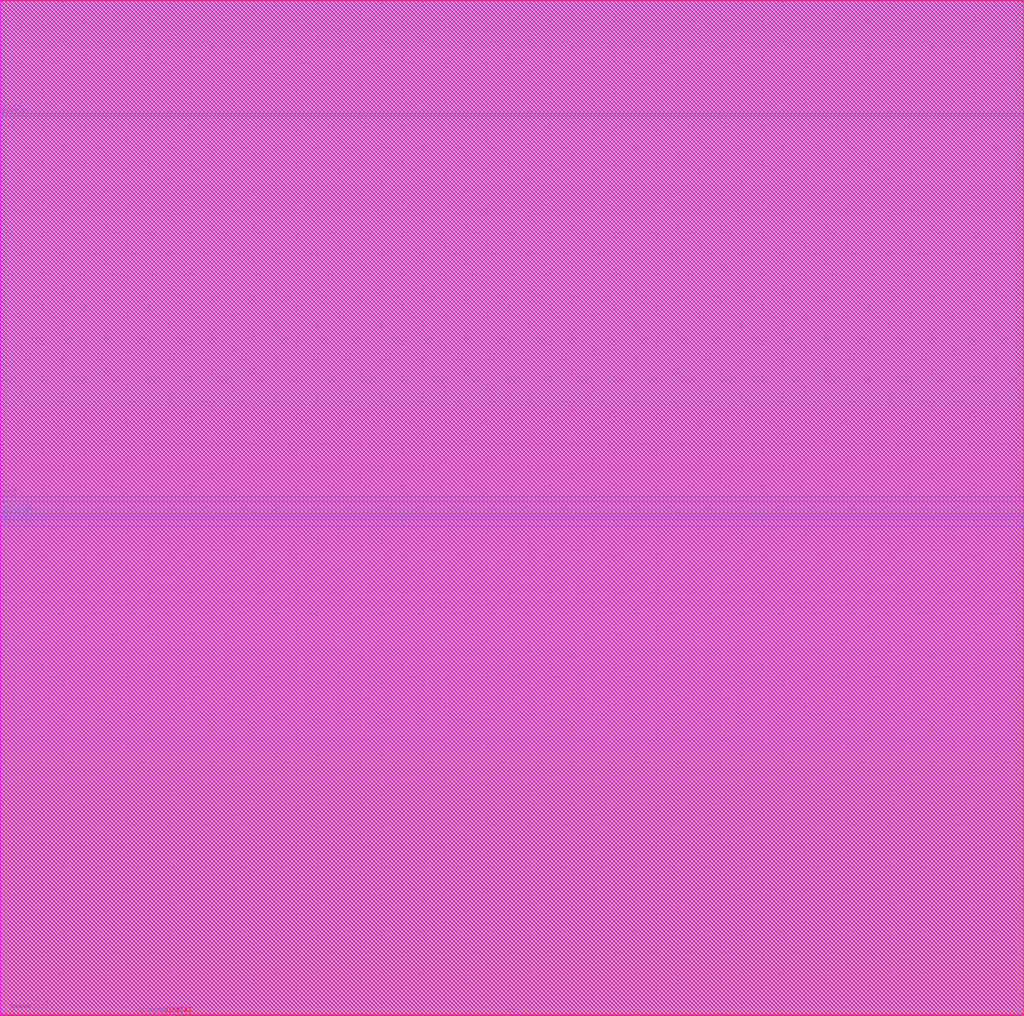
<source format=lef>
###############################################################
#  Generated by:      Cadence Innovus 23.15-s106_1
#  OS:                Linux x86_64(Host ID silo-rhel.luddy.indiana.edu)
#  Generated on:      Thu Sep 18 10:15:44 2025
#  Design:            sram_8_1024_sky130A
#  Command:           write_lef_abstract sram.lef
###############################################################

VERSION 5.8 ;

BUSBITCHARS "[]" ;
DIVIDERCHAR "/" ;

MACRO sram_8_1024_sky130A
  CLASS BLOCK ;
  SIZE 966.620000 BY 959.820000 ;
  FOREIGN sram_8_1024_sky130A 0.000000 0.000000 ;
  ORIGIN 0 0 ;
  SYMMETRY X Y R90 ;
  PIN clk
    DIRECTION INPUT ;
    USE SIGNAL ;
    PORT
      LAYER met2 ;
        RECT 476.780000 0.000000 476.920000 0.485000 ;
    END
  END clk
  PIN csb0
    DIRECTION INPUT ;
    USE SIGNAL ;
    PORT
      LAYER met1 ;
        RECT 0.000000 485.960000 0.595000 486.100000 ;
    END
  END csb0
  PIN web0
    DIRECTION INPUT ;
    USE SIGNAL ;
    PORT
      LAYER met1 ;
        RECT 0.000000 490.380000 0.595000 490.520000 ;
    END
  END web0
  PIN addr0[9]
    DIRECTION INPUT ;
    USE SIGNAL ;
    PORT
      LAYER met2 ;
        RECT 481.880000 959.335000 482.020000 959.820000 ;
    END
  END addr0[9]
  PIN addr0[8]
    DIRECTION INPUT ;
    USE SIGNAL ;
    PORT
      LAYER met2 ;
        RECT 366.620000 959.335000 366.760000 959.820000 ;
    END
  END addr0[8]
  PIN addr0[7]
    DIRECTION INPUT ;
    USE SIGNAL ;
    PORT
      LAYER met2 ;
        RECT 471.340000 959.335000 471.480000 959.820000 ;
    END
  END addr0[7]
  PIN addr0[6]
    DIRECTION INPUT ;
    USE SIGNAL ;
    PORT
      LAYER met2 ;
        RECT 480.520000 959.335000 480.660000 959.820000 ;
    END
  END addr0[6]
  PIN addr0[5]
    DIRECTION INPUT ;
    USE SIGNAL ;
    PORT
      LAYER met2 ;
        RECT 509.420000 959.335000 509.560000 959.820000 ;
    END
  END addr0[5]
  PIN addr0[4]
    DIRECTION INPUT ;
    USE SIGNAL ;
    PORT
      LAYER met2 ;
        RECT 493.440000 959.335000 493.580000 959.820000 ;
    END
  END addr0[4]
  PIN addr0[3]
    DIRECTION INPUT ;
    USE SIGNAL ;
    PORT
      LAYER met2 ;
        RECT 486.640000 959.335000 486.780000 959.820000 ;
    END
  END addr0[3]
  PIN addr0[2]
    DIRECTION INPUT ;
    USE SIGNAL ;
    PORT
      LAYER met2 ;
        RECT 445.160000 959.335000 445.300000 959.820000 ;
    END
  END addr0[2]
  PIN addr0[1]
    DIRECTION INPUT ;
    USE SIGNAL ;
    PORT
      LAYER met2 ;
        RECT 421.700000 959.335000 421.840000 959.820000 ;
    END
  END addr0[1]
  PIN addr0[0]
    DIRECTION INPUT ;
    USE SIGNAL ;
    PORT
      LAYER met2 ;
        RECT 437.000000 959.335000 437.140000 959.820000 ;
    END
  END addr0[0]
  PIN din0[7]
    DIRECTION INPUT ;
    USE SIGNAL ;
    PORT
      LAYER met2 ;
        RECT 154.460000 0.000000 154.600000 0.485000 ;
    END
  END din0[7]
  PIN din0[6]
    DIRECTION INPUT ;
    USE SIGNAL ;
    PORT
      LAYER met1 ;
        RECT 0.000000 850.100000 0.595000 850.240000 ;
    END
  END din0[6]
  PIN din0[5]
    DIRECTION INPUT ;
    USE SIGNAL ;
    PORT
      LAYER met2 ;
        RECT 139.500000 0.000000 139.640000 0.485000 ;
    END
  END din0[5]
  PIN din0[4]
    DIRECTION INPUT ;
    USE SIGNAL ;
    PORT
      LAYER met4 ;
        RECT 154.380000 0.000000 154.680000 0.800000 ;
    END
  END din0[4]
  PIN din0[3]
    DIRECTION INPUT ;
    USE SIGNAL ;
    PORT
      LAYER met1 ;
        RECT 0.000000 852.140000 0.595000 852.280000 ;
    END
  END din0[3]
  PIN din0[2]
    DIRECTION INPUT ;
    USE SIGNAL ;
    PORT
      LAYER met2 ;
        RECT 830.380000 959.335000 830.520000 959.820000 ;
    END
  END din0[2]
  PIN din0[1]
    DIRECTION INPUT ;
    USE SIGNAL ;
    PORT
      LAYER met4 ;
        RECT 830.300000 959.020000 830.600000 959.820000 ;
    END
  END din0[1]
  PIN din0[0]
    DIRECTION INPUT ;
    USE SIGNAL ;
    PORT
      LAYER met2 ;
        RECT 129.300000 0.000000 129.440000 0.485000 ;
    END
  END din0[0]
  PIN dout0[7]
    DIRECTION OUTPUT ;
    USE SIGNAL ;
    PORT
      LAYER met1 ;
        RECT 0.000000 474.400000 0.595000 474.540000 ;
    END
  END dout0[7]
  PIN dout0[6]
    DIRECTION OUTPUT ;
    USE SIGNAL ;
    PORT
      LAYER met1 ;
        RECT 0.000000 468.620000 0.595000 468.760000 ;
    END
  END dout0[6]
  PIN dout0[5]
    DIRECTION OUTPUT ;
    USE SIGNAL ;
    PORT
      LAYER met3 ;
        RECT 0.000000 468.710000 0.800000 469.010000 ;
    END
  END dout0[5]
  PIN dout0[4]
    DIRECTION OUTPUT ;
    USE SIGNAL ;
    PORT
      LAYER met1 ;
        RECT 0.000000 472.020000 0.595000 472.160000 ;
    END
  END dout0[4]
  PIN dout0[3]
    DIRECTION OUTPUT ;
    USE SIGNAL ;
    PORT
      LAYER met3 ;
        RECT 0.000000 474.200000 0.800000 474.500000 ;
    END
  END dout0[3]
  PIN dout0[2]
    DIRECTION OUTPUT ;
    USE SIGNAL ;
    PORT
      LAYER met1 ;
        RECT 0.000000 462.500000 0.595000 462.640000 ;
    END
  END dout0[2]
  PIN dout0[1]
    DIRECTION OUTPUT ;
    USE SIGNAL ;
    PORT
      LAYER met1 ;
        RECT 0.000000 477.800000 0.595000 477.940000 ;
    END
  END dout0[1]
  PIN dout0[0]
    DIRECTION OUTPUT ;
    USE SIGNAL ;
    PORT
      LAYER met3 ;
        RECT 0.000000 477.860000 0.800000 478.160000 ;
    END
  END dout0[0]
  OBS
    LAYER li1 ;
      RECT 0.000000 0.000000 966.620000 959.820000 ;
    LAYER met1 ;
      RECT 0.000000 852.420000 966.620000 959.820000 ;
      RECT 0.735000 852.000000 966.620000 852.420000 ;
      RECT 0.000000 850.380000 966.620000 852.000000 ;
      RECT 0.735000 849.960000 966.620000 850.380000 ;
      RECT 0.000000 490.660000 966.620000 849.960000 ;
      RECT 0.735000 490.240000 966.620000 490.660000 ;
      RECT 0.000000 486.240000 966.620000 490.240000 ;
      RECT 0.735000 485.820000 966.620000 486.240000 ;
      RECT 0.000000 478.080000 966.620000 485.820000 ;
      RECT 0.735000 477.660000 966.620000 478.080000 ;
      RECT 0.000000 474.680000 966.620000 477.660000 ;
      RECT 0.735000 474.260000 966.620000 474.680000 ;
      RECT 0.000000 472.300000 966.620000 474.260000 ;
      RECT 0.735000 471.880000 966.620000 472.300000 ;
      RECT 0.000000 468.900000 966.620000 471.880000 ;
      RECT 0.735000 468.480000 966.620000 468.900000 ;
      RECT 0.000000 462.780000 966.620000 468.480000 ;
      RECT 0.735000 462.360000 966.620000 462.780000 ;
      RECT 0.000000 0.000000 966.620000 462.360000 ;
    LAYER met2 ;
      RECT 830.660000 959.195000 966.620000 959.820000 ;
      RECT 509.700000 959.195000 830.240000 959.820000 ;
      RECT 493.720000 959.195000 509.280000 959.820000 ;
      RECT 486.920000 959.195000 493.300000 959.820000 ;
      RECT 482.160000 959.195000 486.500000 959.820000 ;
      RECT 480.800000 959.195000 481.740000 959.820000 ;
      RECT 471.620000 959.195000 480.380000 959.820000 ;
      RECT 445.440000 959.195000 471.200000 959.820000 ;
      RECT 437.280000 959.195000 445.020000 959.820000 ;
      RECT 421.980000 959.195000 436.860000 959.820000 ;
      RECT 366.900000 959.195000 421.560000 959.820000 ;
      RECT 0.000000 959.195000 366.480000 959.820000 ;
      RECT 0.000000 0.625000 966.620000 959.195000 ;
      RECT 477.060000 0.000000 966.620000 0.625000 ;
      RECT 154.740000 0.000000 476.640000 0.625000 ;
      RECT 139.780000 0.000000 154.320000 0.625000 ;
      RECT 129.580000 0.000000 139.360000 0.625000 ;
      RECT 0.000000 0.000000 129.160000 0.625000 ;
    LAYER met3 ;
      RECT 0.000000 478.460000 966.620000 959.820000 ;
      RECT 1.100000 477.560000 966.620000 478.460000 ;
      RECT 0.000000 474.800000 966.620000 477.560000 ;
      RECT 1.100000 473.900000 966.620000 474.800000 ;
      RECT 0.000000 469.310000 966.620000 473.900000 ;
      RECT 1.100000 468.410000 966.620000 469.310000 ;
      RECT 0.000000 0.000000 966.620000 468.410000 ;
    LAYER met4 ;
      RECT 830.900000 958.720000 966.620000 959.820000 ;
      RECT 0.000000 958.720000 830.000000 959.820000 ;
      RECT 0.000000 1.100000 966.620000 958.720000 ;
      RECT 154.980000 0.000000 966.620000 1.100000 ;
      RECT 0.000000 0.000000 154.080000 1.100000 ;
    LAYER met5 ;
      RECT 0.000000 0.000000 966.620000 959.820000 ;
    LAYER rdl ;
      RECT 0.000000 0.000000 966.620000 959.820000 ;
  END
END sram_8_1024_sky130A

END LIBRARY

</source>
